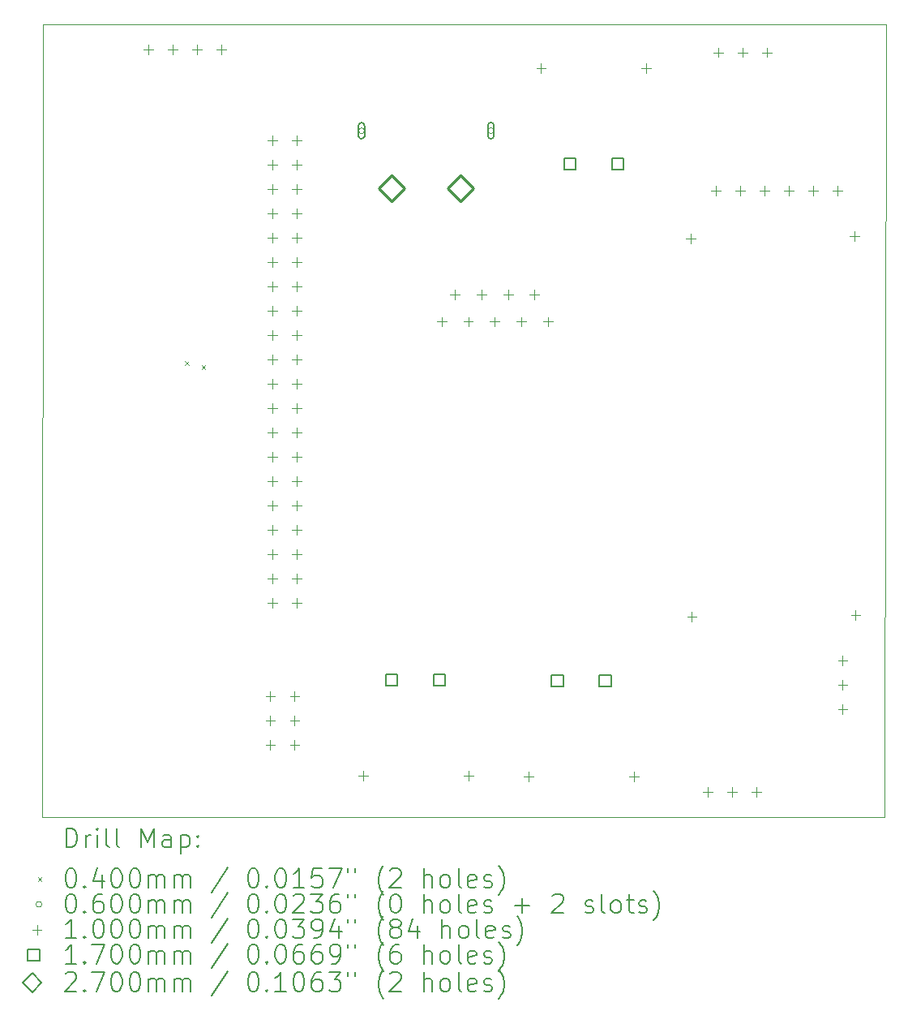
<source format=gbr>
%TF.GenerationSoftware,KiCad,Pcbnew,6.0.8-f2edbf62ab~116~ubuntu22.04.1*%
%TF.CreationDate,2022-11-03T19:19:14-04:00*%
%TF.ProjectId,MJBOTS-CubeSat,4d4a424f-5453-42d4-9375-62655361742e,rev?*%
%TF.SameCoordinates,Original*%
%TF.FileFunction,Drillmap*%
%TF.FilePolarity,Positive*%
%FSLAX45Y45*%
G04 Gerber Fmt 4.5, Leading zero omitted, Abs format (unit mm)*
G04 Created by KiCad (PCBNEW 6.0.8-f2edbf62ab~116~ubuntu22.04.1) date 2022-11-03 19:19:14*
%MOMM*%
%LPD*%
G01*
G04 APERTURE LIST*
%ADD10C,0.100000*%
%ADD11C,0.200000*%
%ADD12C,0.040000*%
%ADD13C,0.060000*%
%ADD14C,0.170000*%
%ADD15C,0.270000*%
G04 APERTURE END LIST*
D10*
X18290000Y-12770000D02*
X9490000Y-12770000D01*
X9500000Y-4500000D02*
X9490000Y-12770000D01*
X18300000Y-4500000D02*
X9500000Y-4500000D01*
X18290000Y-12770000D02*
X18300000Y-4500000D01*
D11*
D12*
X10980000Y-8010000D02*
X11020000Y-8050000D01*
X11020000Y-8010000D02*
X10980000Y-8050000D01*
X11155000Y-8055000D02*
X11195000Y-8095000D01*
X11195000Y-8055000D02*
X11155000Y-8095000D01*
D13*
X12855000Y-5606575D02*
G75*
G03*
X12855000Y-5606575I-30000J0D01*
G01*
D11*
X12795000Y-5551575D02*
X12795000Y-5661575D01*
X12855000Y-5551575D02*
X12855000Y-5661575D01*
X12795000Y-5661575D02*
G75*
G03*
X12855000Y-5661575I30000J0D01*
G01*
X12855000Y-5551575D02*
G75*
G03*
X12795000Y-5551575I-30000J0D01*
G01*
D13*
X14205000Y-5606575D02*
G75*
G03*
X14205000Y-5606575I-30000J0D01*
G01*
D11*
X14145000Y-5551575D02*
X14145000Y-5661575D01*
X14205000Y-5551575D02*
X14205000Y-5661575D01*
X14145000Y-5661575D02*
G75*
G03*
X14205000Y-5661575I30000J0D01*
G01*
X14205000Y-5551575D02*
G75*
G03*
X14145000Y-5551575I-30000J0D01*
G01*
D10*
X10600000Y-4710000D02*
X10600000Y-4810000D01*
X10550000Y-4760000D02*
X10650000Y-4760000D01*
X10854000Y-4710000D02*
X10854000Y-4810000D01*
X10804000Y-4760000D02*
X10904000Y-4760000D01*
X11108000Y-4710000D02*
X11108000Y-4810000D01*
X11058000Y-4760000D02*
X11158000Y-4760000D01*
X11362000Y-4710000D02*
X11362000Y-4810000D01*
X11312000Y-4760000D02*
X11412000Y-4760000D01*
X11872500Y-11457500D02*
X11872500Y-11557500D01*
X11822500Y-11507500D02*
X11922500Y-11507500D01*
X11872500Y-11711500D02*
X11872500Y-11811500D01*
X11822500Y-11761500D02*
X11922500Y-11761500D01*
X11872500Y-11965500D02*
X11872500Y-12065500D01*
X11822500Y-12015500D02*
X11922500Y-12015500D01*
X11892500Y-5657500D02*
X11892500Y-5757500D01*
X11842500Y-5707500D02*
X11942500Y-5707500D01*
X11892500Y-5911500D02*
X11892500Y-6011500D01*
X11842500Y-5961500D02*
X11942500Y-5961500D01*
X11892500Y-6165500D02*
X11892500Y-6265500D01*
X11842500Y-6215500D02*
X11942500Y-6215500D01*
X11892500Y-6419500D02*
X11892500Y-6519500D01*
X11842500Y-6469500D02*
X11942500Y-6469500D01*
X11892500Y-6673500D02*
X11892500Y-6773500D01*
X11842500Y-6723500D02*
X11942500Y-6723500D01*
X11892500Y-6927500D02*
X11892500Y-7027500D01*
X11842500Y-6977500D02*
X11942500Y-6977500D01*
X11892500Y-7181500D02*
X11892500Y-7281500D01*
X11842500Y-7231500D02*
X11942500Y-7231500D01*
X11892500Y-7435500D02*
X11892500Y-7535500D01*
X11842500Y-7485500D02*
X11942500Y-7485500D01*
X11892500Y-7689500D02*
X11892500Y-7789500D01*
X11842500Y-7739500D02*
X11942500Y-7739500D01*
X11892500Y-7943500D02*
X11892500Y-8043500D01*
X11842500Y-7993500D02*
X11942500Y-7993500D01*
X11892500Y-8197500D02*
X11892500Y-8297500D01*
X11842500Y-8247500D02*
X11942500Y-8247500D01*
X11892500Y-8451500D02*
X11892500Y-8551500D01*
X11842500Y-8501500D02*
X11942500Y-8501500D01*
X11892500Y-8705500D02*
X11892500Y-8805500D01*
X11842500Y-8755500D02*
X11942500Y-8755500D01*
X11892500Y-8959500D02*
X11892500Y-9059500D01*
X11842500Y-9009500D02*
X11942500Y-9009500D01*
X11892500Y-9213500D02*
X11892500Y-9313500D01*
X11842500Y-9263500D02*
X11942500Y-9263500D01*
X11892500Y-9467500D02*
X11892500Y-9567500D01*
X11842500Y-9517500D02*
X11942500Y-9517500D01*
X11892500Y-9721500D02*
X11892500Y-9821500D01*
X11842500Y-9771500D02*
X11942500Y-9771500D01*
X11892500Y-9975500D02*
X11892500Y-10075500D01*
X11842500Y-10025500D02*
X11942500Y-10025500D01*
X11892500Y-10229500D02*
X11892500Y-10329500D01*
X11842500Y-10279500D02*
X11942500Y-10279500D01*
X11892500Y-10483500D02*
X11892500Y-10583500D01*
X11842500Y-10533500D02*
X11942500Y-10533500D01*
X12126500Y-11457500D02*
X12126500Y-11557500D01*
X12076500Y-11507500D02*
X12176500Y-11507500D01*
X12126500Y-11711500D02*
X12126500Y-11811500D01*
X12076500Y-11761500D02*
X12176500Y-11761500D01*
X12126500Y-11965500D02*
X12126500Y-12065500D01*
X12076500Y-12015500D02*
X12176500Y-12015500D01*
X12146500Y-5657500D02*
X12146500Y-5757500D01*
X12096500Y-5707500D02*
X12196500Y-5707500D01*
X12146500Y-5911500D02*
X12146500Y-6011500D01*
X12096500Y-5961500D02*
X12196500Y-5961500D01*
X12146500Y-6165500D02*
X12146500Y-6265500D01*
X12096500Y-6215500D02*
X12196500Y-6215500D01*
X12146500Y-6419500D02*
X12146500Y-6519500D01*
X12096500Y-6469500D02*
X12196500Y-6469500D01*
X12146500Y-6673500D02*
X12146500Y-6773500D01*
X12096500Y-6723500D02*
X12196500Y-6723500D01*
X12146500Y-6927500D02*
X12146500Y-7027500D01*
X12096500Y-6977500D02*
X12196500Y-6977500D01*
X12146500Y-7181500D02*
X12146500Y-7281500D01*
X12096500Y-7231500D02*
X12196500Y-7231500D01*
X12146500Y-7435500D02*
X12146500Y-7535500D01*
X12096500Y-7485500D02*
X12196500Y-7485500D01*
X12146500Y-7689500D02*
X12146500Y-7789500D01*
X12096500Y-7739500D02*
X12196500Y-7739500D01*
X12146500Y-7943500D02*
X12146500Y-8043500D01*
X12096500Y-7993500D02*
X12196500Y-7993500D01*
X12146500Y-8197500D02*
X12146500Y-8297500D01*
X12096500Y-8247500D02*
X12196500Y-8247500D01*
X12146500Y-8451500D02*
X12146500Y-8551500D01*
X12096500Y-8501500D02*
X12196500Y-8501500D01*
X12146500Y-8705500D02*
X12146500Y-8805500D01*
X12096500Y-8755500D02*
X12196500Y-8755500D01*
X12146500Y-8959500D02*
X12146500Y-9059500D01*
X12096500Y-9009500D02*
X12196500Y-9009500D01*
X12146500Y-9213500D02*
X12146500Y-9313500D01*
X12096500Y-9263500D02*
X12196500Y-9263500D01*
X12146500Y-9467500D02*
X12146500Y-9567500D01*
X12096500Y-9517500D02*
X12196500Y-9517500D01*
X12146500Y-9721500D02*
X12146500Y-9821500D01*
X12096500Y-9771500D02*
X12196500Y-9771500D01*
X12146500Y-9975500D02*
X12146500Y-10075500D01*
X12096500Y-10025500D02*
X12196500Y-10025500D01*
X12146500Y-10229500D02*
X12146500Y-10329500D01*
X12096500Y-10279500D02*
X12196500Y-10279500D01*
X12146500Y-10483500D02*
X12146500Y-10583500D01*
X12096500Y-10533500D02*
X12196500Y-10533500D01*
X12840000Y-12288800D02*
X12840000Y-12388800D01*
X12790000Y-12338800D02*
X12890000Y-12338800D01*
X13662000Y-7550000D02*
X13662000Y-7650000D01*
X13612000Y-7600000D02*
X13712000Y-7600000D01*
X13800500Y-7266000D02*
X13800500Y-7366000D01*
X13750500Y-7316000D02*
X13850500Y-7316000D01*
X13939000Y-7550000D02*
X13939000Y-7650000D01*
X13889000Y-7600000D02*
X13989000Y-7600000D01*
X13940000Y-12288800D02*
X13940000Y-12388800D01*
X13890000Y-12338800D02*
X13990000Y-12338800D01*
X14077500Y-7266000D02*
X14077500Y-7366000D01*
X14027500Y-7316000D02*
X14127500Y-7316000D01*
X14216000Y-7550000D02*
X14216000Y-7650000D01*
X14166000Y-7600000D02*
X14266000Y-7600000D01*
X14354500Y-7266000D02*
X14354500Y-7366000D01*
X14304500Y-7316000D02*
X14404500Y-7316000D01*
X14493000Y-7550000D02*
X14493000Y-7650000D01*
X14443000Y-7600000D02*
X14543000Y-7600000D01*
X14570000Y-12298800D02*
X14570000Y-12398800D01*
X14520000Y-12348800D02*
X14620000Y-12348800D01*
X14631500Y-7266000D02*
X14631500Y-7366000D01*
X14581500Y-7316000D02*
X14681500Y-7316000D01*
X14700000Y-4901200D02*
X14700000Y-5001200D01*
X14650000Y-4951200D02*
X14750000Y-4951200D01*
X14770000Y-7550000D02*
X14770000Y-7650000D01*
X14720000Y-7600000D02*
X14820000Y-7600000D01*
X15670000Y-12298800D02*
X15670000Y-12398800D01*
X15620000Y-12348800D02*
X15720000Y-12348800D01*
X15800000Y-4901200D02*
X15800000Y-5001200D01*
X15750000Y-4951200D02*
X15850000Y-4951200D01*
X16260200Y-6681400D02*
X16260200Y-6781400D01*
X16210200Y-6731400D02*
X16310200Y-6731400D01*
X16275000Y-10625000D02*
X16275000Y-10725000D01*
X16225000Y-10675000D02*
X16325000Y-10675000D01*
X16437500Y-12460000D02*
X16437500Y-12560000D01*
X16387500Y-12510000D02*
X16487500Y-12510000D01*
X16525000Y-6180000D02*
X16525000Y-6280000D01*
X16475000Y-6230000D02*
X16575000Y-6230000D01*
X16552000Y-4740000D02*
X16552000Y-4840000D01*
X16502000Y-4790000D02*
X16602000Y-4790000D01*
X16691500Y-12460000D02*
X16691500Y-12560000D01*
X16641500Y-12510000D02*
X16741500Y-12510000D01*
X16779000Y-6180000D02*
X16779000Y-6280000D01*
X16729000Y-6230000D02*
X16829000Y-6230000D01*
X16806000Y-4740000D02*
X16806000Y-4840000D01*
X16756000Y-4790000D02*
X16856000Y-4790000D01*
X16945500Y-12460000D02*
X16945500Y-12560000D01*
X16895500Y-12510000D02*
X16995500Y-12510000D01*
X17033000Y-6180000D02*
X17033000Y-6280000D01*
X16983000Y-6230000D02*
X17083000Y-6230000D01*
X17060000Y-4740000D02*
X17060000Y-4840000D01*
X17010000Y-4790000D02*
X17110000Y-4790000D01*
X17287000Y-6180000D02*
X17287000Y-6280000D01*
X17237000Y-6230000D02*
X17337000Y-6230000D01*
X17541000Y-6180000D02*
X17541000Y-6280000D01*
X17491000Y-6230000D02*
X17591000Y-6230000D01*
X17795000Y-6180000D02*
X17795000Y-6280000D01*
X17745000Y-6230000D02*
X17845000Y-6230000D01*
X17850000Y-11087500D02*
X17850000Y-11187500D01*
X17800000Y-11137500D02*
X17900000Y-11137500D01*
X17850000Y-11341500D02*
X17850000Y-11441500D01*
X17800000Y-11391500D02*
X17900000Y-11391500D01*
X17850000Y-11595500D02*
X17850000Y-11695500D01*
X17800000Y-11645500D02*
X17900000Y-11645500D01*
X17975000Y-6655000D02*
X17975000Y-6755000D01*
X17925000Y-6705000D02*
X18025000Y-6705000D01*
X17985000Y-10610000D02*
X17985000Y-10710000D01*
X17935000Y-10660000D02*
X18035000Y-10660000D01*
D14*
X13200105Y-11398905D02*
X13200105Y-11278695D01*
X13079895Y-11278695D01*
X13079895Y-11398905D01*
X13200105Y-11398905D01*
X13700105Y-11398905D02*
X13700105Y-11278695D01*
X13579895Y-11278695D01*
X13579895Y-11398905D01*
X13700105Y-11398905D01*
X14930105Y-11408905D02*
X14930105Y-11288695D01*
X14809895Y-11288695D01*
X14809895Y-11408905D01*
X14930105Y-11408905D01*
X15060105Y-6011305D02*
X15060105Y-5891095D01*
X14939895Y-5891095D01*
X14939895Y-6011305D01*
X15060105Y-6011305D01*
X15430105Y-11408905D02*
X15430105Y-11288695D01*
X15309895Y-11288695D01*
X15309895Y-11408905D01*
X15430105Y-11408905D01*
X15560105Y-6011305D02*
X15560105Y-5891095D01*
X15439895Y-5891095D01*
X15439895Y-6011305D01*
X15560105Y-6011305D01*
D15*
X13140000Y-6341575D02*
X13275000Y-6206575D01*
X13140000Y-6071575D01*
X13005000Y-6206575D01*
X13140000Y-6341575D01*
X13860000Y-6341575D02*
X13995000Y-6206575D01*
X13860000Y-6071575D01*
X13725000Y-6206575D01*
X13860000Y-6341575D01*
D11*
X9742619Y-13085476D02*
X9742619Y-12885476D01*
X9790238Y-12885476D01*
X9818810Y-12895000D01*
X9837857Y-12914048D01*
X9847381Y-12933095D01*
X9856905Y-12971190D01*
X9856905Y-12999762D01*
X9847381Y-13037857D01*
X9837857Y-13056905D01*
X9818810Y-13075952D01*
X9790238Y-13085476D01*
X9742619Y-13085476D01*
X9942619Y-13085476D02*
X9942619Y-12952143D01*
X9942619Y-12990238D02*
X9952143Y-12971190D01*
X9961667Y-12961667D01*
X9980714Y-12952143D01*
X9999762Y-12952143D01*
X10066429Y-13085476D02*
X10066429Y-12952143D01*
X10066429Y-12885476D02*
X10056905Y-12895000D01*
X10066429Y-12904524D01*
X10075952Y-12895000D01*
X10066429Y-12885476D01*
X10066429Y-12904524D01*
X10190238Y-13085476D02*
X10171190Y-13075952D01*
X10161667Y-13056905D01*
X10161667Y-12885476D01*
X10295000Y-13085476D02*
X10275952Y-13075952D01*
X10266429Y-13056905D01*
X10266429Y-12885476D01*
X10523571Y-13085476D02*
X10523571Y-12885476D01*
X10590238Y-13028333D01*
X10656905Y-12885476D01*
X10656905Y-13085476D01*
X10837857Y-13085476D02*
X10837857Y-12980714D01*
X10828333Y-12961667D01*
X10809286Y-12952143D01*
X10771190Y-12952143D01*
X10752143Y-12961667D01*
X10837857Y-13075952D02*
X10818810Y-13085476D01*
X10771190Y-13085476D01*
X10752143Y-13075952D01*
X10742619Y-13056905D01*
X10742619Y-13037857D01*
X10752143Y-13018809D01*
X10771190Y-13009286D01*
X10818810Y-13009286D01*
X10837857Y-12999762D01*
X10933095Y-12952143D02*
X10933095Y-13152143D01*
X10933095Y-12961667D02*
X10952143Y-12952143D01*
X10990238Y-12952143D01*
X11009286Y-12961667D01*
X11018810Y-12971190D01*
X11028333Y-12990238D01*
X11028333Y-13047381D01*
X11018810Y-13066428D01*
X11009286Y-13075952D01*
X10990238Y-13085476D01*
X10952143Y-13085476D01*
X10933095Y-13075952D01*
X11114048Y-13066428D02*
X11123571Y-13075952D01*
X11114048Y-13085476D01*
X11104524Y-13075952D01*
X11114048Y-13066428D01*
X11114048Y-13085476D01*
X11114048Y-12961667D02*
X11123571Y-12971190D01*
X11114048Y-12980714D01*
X11104524Y-12971190D01*
X11114048Y-12961667D01*
X11114048Y-12980714D01*
D12*
X9445000Y-13395000D02*
X9485000Y-13435000D01*
X9485000Y-13395000D02*
X9445000Y-13435000D01*
D11*
X9780714Y-13305476D02*
X9799762Y-13305476D01*
X9818810Y-13315000D01*
X9828333Y-13324524D01*
X9837857Y-13343571D01*
X9847381Y-13381667D01*
X9847381Y-13429286D01*
X9837857Y-13467381D01*
X9828333Y-13486428D01*
X9818810Y-13495952D01*
X9799762Y-13505476D01*
X9780714Y-13505476D01*
X9761667Y-13495952D01*
X9752143Y-13486428D01*
X9742619Y-13467381D01*
X9733095Y-13429286D01*
X9733095Y-13381667D01*
X9742619Y-13343571D01*
X9752143Y-13324524D01*
X9761667Y-13315000D01*
X9780714Y-13305476D01*
X9933095Y-13486428D02*
X9942619Y-13495952D01*
X9933095Y-13505476D01*
X9923571Y-13495952D01*
X9933095Y-13486428D01*
X9933095Y-13505476D01*
X10114048Y-13372143D02*
X10114048Y-13505476D01*
X10066429Y-13295952D02*
X10018810Y-13438809D01*
X10142619Y-13438809D01*
X10256905Y-13305476D02*
X10275952Y-13305476D01*
X10295000Y-13315000D01*
X10304524Y-13324524D01*
X10314048Y-13343571D01*
X10323571Y-13381667D01*
X10323571Y-13429286D01*
X10314048Y-13467381D01*
X10304524Y-13486428D01*
X10295000Y-13495952D01*
X10275952Y-13505476D01*
X10256905Y-13505476D01*
X10237857Y-13495952D01*
X10228333Y-13486428D01*
X10218810Y-13467381D01*
X10209286Y-13429286D01*
X10209286Y-13381667D01*
X10218810Y-13343571D01*
X10228333Y-13324524D01*
X10237857Y-13315000D01*
X10256905Y-13305476D01*
X10447381Y-13305476D02*
X10466429Y-13305476D01*
X10485476Y-13315000D01*
X10495000Y-13324524D01*
X10504524Y-13343571D01*
X10514048Y-13381667D01*
X10514048Y-13429286D01*
X10504524Y-13467381D01*
X10495000Y-13486428D01*
X10485476Y-13495952D01*
X10466429Y-13505476D01*
X10447381Y-13505476D01*
X10428333Y-13495952D01*
X10418810Y-13486428D01*
X10409286Y-13467381D01*
X10399762Y-13429286D01*
X10399762Y-13381667D01*
X10409286Y-13343571D01*
X10418810Y-13324524D01*
X10428333Y-13315000D01*
X10447381Y-13305476D01*
X10599762Y-13505476D02*
X10599762Y-13372143D01*
X10599762Y-13391190D02*
X10609286Y-13381667D01*
X10628333Y-13372143D01*
X10656905Y-13372143D01*
X10675952Y-13381667D01*
X10685476Y-13400714D01*
X10685476Y-13505476D01*
X10685476Y-13400714D02*
X10695000Y-13381667D01*
X10714048Y-13372143D01*
X10742619Y-13372143D01*
X10761667Y-13381667D01*
X10771190Y-13400714D01*
X10771190Y-13505476D01*
X10866429Y-13505476D02*
X10866429Y-13372143D01*
X10866429Y-13391190D02*
X10875952Y-13381667D01*
X10895000Y-13372143D01*
X10923571Y-13372143D01*
X10942619Y-13381667D01*
X10952143Y-13400714D01*
X10952143Y-13505476D01*
X10952143Y-13400714D02*
X10961667Y-13381667D01*
X10980714Y-13372143D01*
X11009286Y-13372143D01*
X11028333Y-13381667D01*
X11037857Y-13400714D01*
X11037857Y-13505476D01*
X11428333Y-13295952D02*
X11256905Y-13553095D01*
X11685476Y-13305476D02*
X11704524Y-13305476D01*
X11723571Y-13315000D01*
X11733095Y-13324524D01*
X11742619Y-13343571D01*
X11752143Y-13381667D01*
X11752143Y-13429286D01*
X11742619Y-13467381D01*
X11733095Y-13486428D01*
X11723571Y-13495952D01*
X11704524Y-13505476D01*
X11685476Y-13505476D01*
X11666428Y-13495952D01*
X11656905Y-13486428D01*
X11647381Y-13467381D01*
X11637857Y-13429286D01*
X11637857Y-13381667D01*
X11647381Y-13343571D01*
X11656905Y-13324524D01*
X11666428Y-13315000D01*
X11685476Y-13305476D01*
X11837857Y-13486428D02*
X11847381Y-13495952D01*
X11837857Y-13505476D01*
X11828333Y-13495952D01*
X11837857Y-13486428D01*
X11837857Y-13505476D01*
X11971190Y-13305476D02*
X11990238Y-13305476D01*
X12009286Y-13315000D01*
X12018809Y-13324524D01*
X12028333Y-13343571D01*
X12037857Y-13381667D01*
X12037857Y-13429286D01*
X12028333Y-13467381D01*
X12018809Y-13486428D01*
X12009286Y-13495952D01*
X11990238Y-13505476D01*
X11971190Y-13505476D01*
X11952143Y-13495952D01*
X11942619Y-13486428D01*
X11933095Y-13467381D01*
X11923571Y-13429286D01*
X11923571Y-13381667D01*
X11933095Y-13343571D01*
X11942619Y-13324524D01*
X11952143Y-13315000D01*
X11971190Y-13305476D01*
X12228333Y-13505476D02*
X12114048Y-13505476D01*
X12171190Y-13505476D02*
X12171190Y-13305476D01*
X12152143Y-13334048D01*
X12133095Y-13353095D01*
X12114048Y-13362619D01*
X12409286Y-13305476D02*
X12314048Y-13305476D01*
X12304524Y-13400714D01*
X12314048Y-13391190D01*
X12333095Y-13381667D01*
X12380714Y-13381667D01*
X12399762Y-13391190D01*
X12409286Y-13400714D01*
X12418809Y-13419762D01*
X12418809Y-13467381D01*
X12409286Y-13486428D01*
X12399762Y-13495952D01*
X12380714Y-13505476D01*
X12333095Y-13505476D01*
X12314048Y-13495952D01*
X12304524Y-13486428D01*
X12485476Y-13305476D02*
X12618809Y-13305476D01*
X12533095Y-13505476D01*
X12685476Y-13305476D02*
X12685476Y-13343571D01*
X12761667Y-13305476D02*
X12761667Y-13343571D01*
X13056905Y-13581667D02*
X13047381Y-13572143D01*
X13028333Y-13543571D01*
X13018809Y-13524524D01*
X13009286Y-13495952D01*
X12999762Y-13448333D01*
X12999762Y-13410238D01*
X13009286Y-13362619D01*
X13018809Y-13334048D01*
X13028333Y-13315000D01*
X13047381Y-13286428D01*
X13056905Y-13276905D01*
X13123571Y-13324524D02*
X13133095Y-13315000D01*
X13152143Y-13305476D01*
X13199762Y-13305476D01*
X13218809Y-13315000D01*
X13228333Y-13324524D01*
X13237857Y-13343571D01*
X13237857Y-13362619D01*
X13228333Y-13391190D01*
X13114048Y-13505476D01*
X13237857Y-13505476D01*
X13475952Y-13505476D02*
X13475952Y-13305476D01*
X13561667Y-13505476D02*
X13561667Y-13400714D01*
X13552143Y-13381667D01*
X13533095Y-13372143D01*
X13504524Y-13372143D01*
X13485476Y-13381667D01*
X13475952Y-13391190D01*
X13685476Y-13505476D02*
X13666428Y-13495952D01*
X13656905Y-13486428D01*
X13647381Y-13467381D01*
X13647381Y-13410238D01*
X13656905Y-13391190D01*
X13666428Y-13381667D01*
X13685476Y-13372143D01*
X13714048Y-13372143D01*
X13733095Y-13381667D01*
X13742619Y-13391190D01*
X13752143Y-13410238D01*
X13752143Y-13467381D01*
X13742619Y-13486428D01*
X13733095Y-13495952D01*
X13714048Y-13505476D01*
X13685476Y-13505476D01*
X13866428Y-13505476D02*
X13847381Y-13495952D01*
X13837857Y-13476905D01*
X13837857Y-13305476D01*
X14018809Y-13495952D02*
X13999762Y-13505476D01*
X13961667Y-13505476D01*
X13942619Y-13495952D01*
X13933095Y-13476905D01*
X13933095Y-13400714D01*
X13942619Y-13381667D01*
X13961667Y-13372143D01*
X13999762Y-13372143D01*
X14018809Y-13381667D01*
X14028333Y-13400714D01*
X14028333Y-13419762D01*
X13933095Y-13438809D01*
X14104524Y-13495952D02*
X14123571Y-13505476D01*
X14161667Y-13505476D01*
X14180714Y-13495952D01*
X14190238Y-13476905D01*
X14190238Y-13467381D01*
X14180714Y-13448333D01*
X14161667Y-13438809D01*
X14133095Y-13438809D01*
X14114048Y-13429286D01*
X14104524Y-13410238D01*
X14104524Y-13400714D01*
X14114048Y-13381667D01*
X14133095Y-13372143D01*
X14161667Y-13372143D01*
X14180714Y-13381667D01*
X14256905Y-13581667D02*
X14266428Y-13572143D01*
X14285476Y-13543571D01*
X14295000Y-13524524D01*
X14304524Y-13495952D01*
X14314048Y-13448333D01*
X14314048Y-13410238D01*
X14304524Y-13362619D01*
X14295000Y-13334048D01*
X14285476Y-13315000D01*
X14266428Y-13286428D01*
X14256905Y-13276905D01*
D13*
X9485000Y-13679000D02*
G75*
G03*
X9485000Y-13679000I-30000J0D01*
G01*
D11*
X9780714Y-13569476D02*
X9799762Y-13569476D01*
X9818810Y-13579000D01*
X9828333Y-13588524D01*
X9837857Y-13607571D01*
X9847381Y-13645667D01*
X9847381Y-13693286D01*
X9837857Y-13731381D01*
X9828333Y-13750428D01*
X9818810Y-13759952D01*
X9799762Y-13769476D01*
X9780714Y-13769476D01*
X9761667Y-13759952D01*
X9752143Y-13750428D01*
X9742619Y-13731381D01*
X9733095Y-13693286D01*
X9733095Y-13645667D01*
X9742619Y-13607571D01*
X9752143Y-13588524D01*
X9761667Y-13579000D01*
X9780714Y-13569476D01*
X9933095Y-13750428D02*
X9942619Y-13759952D01*
X9933095Y-13769476D01*
X9923571Y-13759952D01*
X9933095Y-13750428D01*
X9933095Y-13769476D01*
X10114048Y-13569476D02*
X10075952Y-13569476D01*
X10056905Y-13579000D01*
X10047381Y-13588524D01*
X10028333Y-13617095D01*
X10018810Y-13655190D01*
X10018810Y-13731381D01*
X10028333Y-13750428D01*
X10037857Y-13759952D01*
X10056905Y-13769476D01*
X10095000Y-13769476D01*
X10114048Y-13759952D01*
X10123571Y-13750428D01*
X10133095Y-13731381D01*
X10133095Y-13683762D01*
X10123571Y-13664714D01*
X10114048Y-13655190D01*
X10095000Y-13645667D01*
X10056905Y-13645667D01*
X10037857Y-13655190D01*
X10028333Y-13664714D01*
X10018810Y-13683762D01*
X10256905Y-13569476D02*
X10275952Y-13569476D01*
X10295000Y-13579000D01*
X10304524Y-13588524D01*
X10314048Y-13607571D01*
X10323571Y-13645667D01*
X10323571Y-13693286D01*
X10314048Y-13731381D01*
X10304524Y-13750428D01*
X10295000Y-13759952D01*
X10275952Y-13769476D01*
X10256905Y-13769476D01*
X10237857Y-13759952D01*
X10228333Y-13750428D01*
X10218810Y-13731381D01*
X10209286Y-13693286D01*
X10209286Y-13645667D01*
X10218810Y-13607571D01*
X10228333Y-13588524D01*
X10237857Y-13579000D01*
X10256905Y-13569476D01*
X10447381Y-13569476D02*
X10466429Y-13569476D01*
X10485476Y-13579000D01*
X10495000Y-13588524D01*
X10504524Y-13607571D01*
X10514048Y-13645667D01*
X10514048Y-13693286D01*
X10504524Y-13731381D01*
X10495000Y-13750428D01*
X10485476Y-13759952D01*
X10466429Y-13769476D01*
X10447381Y-13769476D01*
X10428333Y-13759952D01*
X10418810Y-13750428D01*
X10409286Y-13731381D01*
X10399762Y-13693286D01*
X10399762Y-13645667D01*
X10409286Y-13607571D01*
X10418810Y-13588524D01*
X10428333Y-13579000D01*
X10447381Y-13569476D01*
X10599762Y-13769476D02*
X10599762Y-13636143D01*
X10599762Y-13655190D02*
X10609286Y-13645667D01*
X10628333Y-13636143D01*
X10656905Y-13636143D01*
X10675952Y-13645667D01*
X10685476Y-13664714D01*
X10685476Y-13769476D01*
X10685476Y-13664714D02*
X10695000Y-13645667D01*
X10714048Y-13636143D01*
X10742619Y-13636143D01*
X10761667Y-13645667D01*
X10771190Y-13664714D01*
X10771190Y-13769476D01*
X10866429Y-13769476D02*
X10866429Y-13636143D01*
X10866429Y-13655190D02*
X10875952Y-13645667D01*
X10895000Y-13636143D01*
X10923571Y-13636143D01*
X10942619Y-13645667D01*
X10952143Y-13664714D01*
X10952143Y-13769476D01*
X10952143Y-13664714D02*
X10961667Y-13645667D01*
X10980714Y-13636143D01*
X11009286Y-13636143D01*
X11028333Y-13645667D01*
X11037857Y-13664714D01*
X11037857Y-13769476D01*
X11428333Y-13559952D02*
X11256905Y-13817095D01*
X11685476Y-13569476D02*
X11704524Y-13569476D01*
X11723571Y-13579000D01*
X11733095Y-13588524D01*
X11742619Y-13607571D01*
X11752143Y-13645667D01*
X11752143Y-13693286D01*
X11742619Y-13731381D01*
X11733095Y-13750428D01*
X11723571Y-13759952D01*
X11704524Y-13769476D01*
X11685476Y-13769476D01*
X11666428Y-13759952D01*
X11656905Y-13750428D01*
X11647381Y-13731381D01*
X11637857Y-13693286D01*
X11637857Y-13645667D01*
X11647381Y-13607571D01*
X11656905Y-13588524D01*
X11666428Y-13579000D01*
X11685476Y-13569476D01*
X11837857Y-13750428D02*
X11847381Y-13759952D01*
X11837857Y-13769476D01*
X11828333Y-13759952D01*
X11837857Y-13750428D01*
X11837857Y-13769476D01*
X11971190Y-13569476D02*
X11990238Y-13569476D01*
X12009286Y-13579000D01*
X12018809Y-13588524D01*
X12028333Y-13607571D01*
X12037857Y-13645667D01*
X12037857Y-13693286D01*
X12028333Y-13731381D01*
X12018809Y-13750428D01*
X12009286Y-13759952D01*
X11990238Y-13769476D01*
X11971190Y-13769476D01*
X11952143Y-13759952D01*
X11942619Y-13750428D01*
X11933095Y-13731381D01*
X11923571Y-13693286D01*
X11923571Y-13645667D01*
X11933095Y-13607571D01*
X11942619Y-13588524D01*
X11952143Y-13579000D01*
X11971190Y-13569476D01*
X12114048Y-13588524D02*
X12123571Y-13579000D01*
X12142619Y-13569476D01*
X12190238Y-13569476D01*
X12209286Y-13579000D01*
X12218809Y-13588524D01*
X12228333Y-13607571D01*
X12228333Y-13626619D01*
X12218809Y-13655190D01*
X12104524Y-13769476D01*
X12228333Y-13769476D01*
X12295000Y-13569476D02*
X12418809Y-13569476D01*
X12352143Y-13645667D01*
X12380714Y-13645667D01*
X12399762Y-13655190D01*
X12409286Y-13664714D01*
X12418809Y-13683762D01*
X12418809Y-13731381D01*
X12409286Y-13750428D01*
X12399762Y-13759952D01*
X12380714Y-13769476D01*
X12323571Y-13769476D01*
X12304524Y-13759952D01*
X12295000Y-13750428D01*
X12590238Y-13569476D02*
X12552143Y-13569476D01*
X12533095Y-13579000D01*
X12523571Y-13588524D01*
X12504524Y-13617095D01*
X12495000Y-13655190D01*
X12495000Y-13731381D01*
X12504524Y-13750428D01*
X12514048Y-13759952D01*
X12533095Y-13769476D01*
X12571190Y-13769476D01*
X12590238Y-13759952D01*
X12599762Y-13750428D01*
X12609286Y-13731381D01*
X12609286Y-13683762D01*
X12599762Y-13664714D01*
X12590238Y-13655190D01*
X12571190Y-13645667D01*
X12533095Y-13645667D01*
X12514048Y-13655190D01*
X12504524Y-13664714D01*
X12495000Y-13683762D01*
X12685476Y-13569476D02*
X12685476Y-13607571D01*
X12761667Y-13569476D02*
X12761667Y-13607571D01*
X13056905Y-13845667D02*
X13047381Y-13836143D01*
X13028333Y-13807571D01*
X13018809Y-13788524D01*
X13009286Y-13759952D01*
X12999762Y-13712333D01*
X12999762Y-13674238D01*
X13009286Y-13626619D01*
X13018809Y-13598048D01*
X13028333Y-13579000D01*
X13047381Y-13550428D01*
X13056905Y-13540905D01*
X13171190Y-13569476D02*
X13190238Y-13569476D01*
X13209286Y-13579000D01*
X13218809Y-13588524D01*
X13228333Y-13607571D01*
X13237857Y-13645667D01*
X13237857Y-13693286D01*
X13228333Y-13731381D01*
X13218809Y-13750428D01*
X13209286Y-13759952D01*
X13190238Y-13769476D01*
X13171190Y-13769476D01*
X13152143Y-13759952D01*
X13142619Y-13750428D01*
X13133095Y-13731381D01*
X13123571Y-13693286D01*
X13123571Y-13645667D01*
X13133095Y-13607571D01*
X13142619Y-13588524D01*
X13152143Y-13579000D01*
X13171190Y-13569476D01*
X13475952Y-13769476D02*
X13475952Y-13569476D01*
X13561667Y-13769476D02*
X13561667Y-13664714D01*
X13552143Y-13645667D01*
X13533095Y-13636143D01*
X13504524Y-13636143D01*
X13485476Y-13645667D01*
X13475952Y-13655190D01*
X13685476Y-13769476D02*
X13666428Y-13759952D01*
X13656905Y-13750428D01*
X13647381Y-13731381D01*
X13647381Y-13674238D01*
X13656905Y-13655190D01*
X13666428Y-13645667D01*
X13685476Y-13636143D01*
X13714048Y-13636143D01*
X13733095Y-13645667D01*
X13742619Y-13655190D01*
X13752143Y-13674238D01*
X13752143Y-13731381D01*
X13742619Y-13750428D01*
X13733095Y-13759952D01*
X13714048Y-13769476D01*
X13685476Y-13769476D01*
X13866428Y-13769476D02*
X13847381Y-13759952D01*
X13837857Y-13740905D01*
X13837857Y-13569476D01*
X14018809Y-13759952D02*
X13999762Y-13769476D01*
X13961667Y-13769476D01*
X13942619Y-13759952D01*
X13933095Y-13740905D01*
X13933095Y-13664714D01*
X13942619Y-13645667D01*
X13961667Y-13636143D01*
X13999762Y-13636143D01*
X14018809Y-13645667D01*
X14028333Y-13664714D01*
X14028333Y-13683762D01*
X13933095Y-13702809D01*
X14104524Y-13759952D02*
X14123571Y-13769476D01*
X14161667Y-13769476D01*
X14180714Y-13759952D01*
X14190238Y-13740905D01*
X14190238Y-13731381D01*
X14180714Y-13712333D01*
X14161667Y-13702809D01*
X14133095Y-13702809D01*
X14114048Y-13693286D01*
X14104524Y-13674238D01*
X14104524Y-13664714D01*
X14114048Y-13645667D01*
X14133095Y-13636143D01*
X14161667Y-13636143D01*
X14180714Y-13645667D01*
X14428333Y-13693286D02*
X14580714Y-13693286D01*
X14504524Y-13769476D02*
X14504524Y-13617095D01*
X14818809Y-13588524D02*
X14828333Y-13579000D01*
X14847381Y-13569476D01*
X14895000Y-13569476D01*
X14914048Y-13579000D01*
X14923571Y-13588524D01*
X14933095Y-13607571D01*
X14933095Y-13626619D01*
X14923571Y-13655190D01*
X14809286Y-13769476D01*
X14933095Y-13769476D01*
X15161667Y-13759952D02*
X15180714Y-13769476D01*
X15218809Y-13769476D01*
X15237857Y-13759952D01*
X15247381Y-13740905D01*
X15247381Y-13731381D01*
X15237857Y-13712333D01*
X15218809Y-13702809D01*
X15190238Y-13702809D01*
X15171190Y-13693286D01*
X15161667Y-13674238D01*
X15161667Y-13664714D01*
X15171190Y-13645667D01*
X15190238Y-13636143D01*
X15218809Y-13636143D01*
X15237857Y-13645667D01*
X15361667Y-13769476D02*
X15342619Y-13759952D01*
X15333095Y-13740905D01*
X15333095Y-13569476D01*
X15466428Y-13769476D02*
X15447381Y-13759952D01*
X15437857Y-13750428D01*
X15428333Y-13731381D01*
X15428333Y-13674238D01*
X15437857Y-13655190D01*
X15447381Y-13645667D01*
X15466428Y-13636143D01*
X15495000Y-13636143D01*
X15514048Y-13645667D01*
X15523571Y-13655190D01*
X15533095Y-13674238D01*
X15533095Y-13731381D01*
X15523571Y-13750428D01*
X15514048Y-13759952D01*
X15495000Y-13769476D01*
X15466428Y-13769476D01*
X15590238Y-13636143D02*
X15666428Y-13636143D01*
X15618809Y-13569476D02*
X15618809Y-13740905D01*
X15628333Y-13759952D01*
X15647381Y-13769476D01*
X15666428Y-13769476D01*
X15723571Y-13759952D02*
X15742619Y-13769476D01*
X15780714Y-13769476D01*
X15799762Y-13759952D01*
X15809286Y-13740905D01*
X15809286Y-13731381D01*
X15799762Y-13712333D01*
X15780714Y-13702809D01*
X15752143Y-13702809D01*
X15733095Y-13693286D01*
X15723571Y-13674238D01*
X15723571Y-13664714D01*
X15733095Y-13645667D01*
X15752143Y-13636143D01*
X15780714Y-13636143D01*
X15799762Y-13645667D01*
X15875952Y-13845667D02*
X15885476Y-13836143D01*
X15904524Y-13807571D01*
X15914048Y-13788524D01*
X15923571Y-13759952D01*
X15933095Y-13712333D01*
X15933095Y-13674238D01*
X15923571Y-13626619D01*
X15914048Y-13598048D01*
X15904524Y-13579000D01*
X15885476Y-13550428D01*
X15875952Y-13540905D01*
D10*
X9435000Y-13893000D02*
X9435000Y-13993000D01*
X9385000Y-13943000D02*
X9485000Y-13943000D01*
D11*
X9847381Y-14033476D02*
X9733095Y-14033476D01*
X9790238Y-14033476D02*
X9790238Y-13833476D01*
X9771190Y-13862048D01*
X9752143Y-13881095D01*
X9733095Y-13890619D01*
X9933095Y-14014428D02*
X9942619Y-14023952D01*
X9933095Y-14033476D01*
X9923571Y-14023952D01*
X9933095Y-14014428D01*
X9933095Y-14033476D01*
X10066429Y-13833476D02*
X10085476Y-13833476D01*
X10104524Y-13843000D01*
X10114048Y-13852524D01*
X10123571Y-13871571D01*
X10133095Y-13909667D01*
X10133095Y-13957286D01*
X10123571Y-13995381D01*
X10114048Y-14014428D01*
X10104524Y-14023952D01*
X10085476Y-14033476D01*
X10066429Y-14033476D01*
X10047381Y-14023952D01*
X10037857Y-14014428D01*
X10028333Y-13995381D01*
X10018810Y-13957286D01*
X10018810Y-13909667D01*
X10028333Y-13871571D01*
X10037857Y-13852524D01*
X10047381Y-13843000D01*
X10066429Y-13833476D01*
X10256905Y-13833476D02*
X10275952Y-13833476D01*
X10295000Y-13843000D01*
X10304524Y-13852524D01*
X10314048Y-13871571D01*
X10323571Y-13909667D01*
X10323571Y-13957286D01*
X10314048Y-13995381D01*
X10304524Y-14014428D01*
X10295000Y-14023952D01*
X10275952Y-14033476D01*
X10256905Y-14033476D01*
X10237857Y-14023952D01*
X10228333Y-14014428D01*
X10218810Y-13995381D01*
X10209286Y-13957286D01*
X10209286Y-13909667D01*
X10218810Y-13871571D01*
X10228333Y-13852524D01*
X10237857Y-13843000D01*
X10256905Y-13833476D01*
X10447381Y-13833476D02*
X10466429Y-13833476D01*
X10485476Y-13843000D01*
X10495000Y-13852524D01*
X10504524Y-13871571D01*
X10514048Y-13909667D01*
X10514048Y-13957286D01*
X10504524Y-13995381D01*
X10495000Y-14014428D01*
X10485476Y-14023952D01*
X10466429Y-14033476D01*
X10447381Y-14033476D01*
X10428333Y-14023952D01*
X10418810Y-14014428D01*
X10409286Y-13995381D01*
X10399762Y-13957286D01*
X10399762Y-13909667D01*
X10409286Y-13871571D01*
X10418810Y-13852524D01*
X10428333Y-13843000D01*
X10447381Y-13833476D01*
X10599762Y-14033476D02*
X10599762Y-13900143D01*
X10599762Y-13919190D02*
X10609286Y-13909667D01*
X10628333Y-13900143D01*
X10656905Y-13900143D01*
X10675952Y-13909667D01*
X10685476Y-13928714D01*
X10685476Y-14033476D01*
X10685476Y-13928714D02*
X10695000Y-13909667D01*
X10714048Y-13900143D01*
X10742619Y-13900143D01*
X10761667Y-13909667D01*
X10771190Y-13928714D01*
X10771190Y-14033476D01*
X10866429Y-14033476D02*
X10866429Y-13900143D01*
X10866429Y-13919190D02*
X10875952Y-13909667D01*
X10895000Y-13900143D01*
X10923571Y-13900143D01*
X10942619Y-13909667D01*
X10952143Y-13928714D01*
X10952143Y-14033476D01*
X10952143Y-13928714D02*
X10961667Y-13909667D01*
X10980714Y-13900143D01*
X11009286Y-13900143D01*
X11028333Y-13909667D01*
X11037857Y-13928714D01*
X11037857Y-14033476D01*
X11428333Y-13823952D02*
X11256905Y-14081095D01*
X11685476Y-13833476D02*
X11704524Y-13833476D01*
X11723571Y-13843000D01*
X11733095Y-13852524D01*
X11742619Y-13871571D01*
X11752143Y-13909667D01*
X11752143Y-13957286D01*
X11742619Y-13995381D01*
X11733095Y-14014428D01*
X11723571Y-14023952D01*
X11704524Y-14033476D01*
X11685476Y-14033476D01*
X11666428Y-14023952D01*
X11656905Y-14014428D01*
X11647381Y-13995381D01*
X11637857Y-13957286D01*
X11637857Y-13909667D01*
X11647381Y-13871571D01*
X11656905Y-13852524D01*
X11666428Y-13843000D01*
X11685476Y-13833476D01*
X11837857Y-14014428D02*
X11847381Y-14023952D01*
X11837857Y-14033476D01*
X11828333Y-14023952D01*
X11837857Y-14014428D01*
X11837857Y-14033476D01*
X11971190Y-13833476D02*
X11990238Y-13833476D01*
X12009286Y-13843000D01*
X12018809Y-13852524D01*
X12028333Y-13871571D01*
X12037857Y-13909667D01*
X12037857Y-13957286D01*
X12028333Y-13995381D01*
X12018809Y-14014428D01*
X12009286Y-14023952D01*
X11990238Y-14033476D01*
X11971190Y-14033476D01*
X11952143Y-14023952D01*
X11942619Y-14014428D01*
X11933095Y-13995381D01*
X11923571Y-13957286D01*
X11923571Y-13909667D01*
X11933095Y-13871571D01*
X11942619Y-13852524D01*
X11952143Y-13843000D01*
X11971190Y-13833476D01*
X12104524Y-13833476D02*
X12228333Y-13833476D01*
X12161667Y-13909667D01*
X12190238Y-13909667D01*
X12209286Y-13919190D01*
X12218809Y-13928714D01*
X12228333Y-13947762D01*
X12228333Y-13995381D01*
X12218809Y-14014428D01*
X12209286Y-14023952D01*
X12190238Y-14033476D01*
X12133095Y-14033476D01*
X12114048Y-14023952D01*
X12104524Y-14014428D01*
X12323571Y-14033476D02*
X12361667Y-14033476D01*
X12380714Y-14023952D01*
X12390238Y-14014428D01*
X12409286Y-13985857D01*
X12418809Y-13947762D01*
X12418809Y-13871571D01*
X12409286Y-13852524D01*
X12399762Y-13843000D01*
X12380714Y-13833476D01*
X12342619Y-13833476D01*
X12323571Y-13843000D01*
X12314048Y-13852524D01*
X12304524Y-13871571D01*
X12304524Y-13919190D01*
X12314048Y-13938238D01*
X12323571Y-13947762D01*
X12342619Y-13957286D01*
X12380714Y-13957286D01*
X12399762Y-13947762D01*
X12409286Y-13938238D01*
X12418809Y-13919190D01*
X12590238Y-13900143D02*
X12590238Y-14033476D01*
X12542619Y-13823952D02*
X12495000Y-13966809D01*
X12618809Y-13966809D01*
X12685476Y-13833476D02*
X12685476Y-13871571D01*
X12761667Y-13833476D02*
X12761667Y-13871571D01*
X13056905Y-14109667D02*
X13047381Y-14100143D01*
X13028333Y-14071571D01*
X13018809Y-14052524D01*
X13009286Y-14023952D01*
X12999762Y-13976333D01*
X12999762Y-13938238D01*
X13009286Y-13890619D01*
X13018809Y-13862048D01*
X13028333Y-13843000D01*
X13047381Y-13814428D01*
X13056905Y-13804905D01*
X13161667Y-13919190D02*
X13142619Y-13909667D01*
X13133095Y-13900143D01*
X13123571Y-13881095D01*
X13123571Y-13871571D01*
X13133095Y-13852524D01*
X13142619Y-13843000D01*
X13161667Y-13833476D01*
X13199762Y-13833476D01*
X13218809Y-13843000D01*
X13228333Y-13852524D01*
X13237857Y-13871571D01*
X13237857Y-13881095D01*
X13228333Y-13900143D01*
X13218809Y-13909667D01*
X13199762Y-13919190D01*
X13161667Y-13919190D01*
X13142619Y-13928714D01*
X13133095Y-13938238D01*
X13123571Y-13957286D01*
X13123571Y-13995381D01*
X13133095Y-14014428D01*
X13142619Y-14023952D01*
X13161667Y-14033476D01*
X13199762Y-14033476D01*
X13218809Y-14023952D01*
X13228333Y-14014428D01*
X13237857Y-13995381D01*
X13237857Y-13957286D01*
X13228333Y-13938238D01*
X13218809Y-13928714D01*
X13199762Y-13919190D01*
X13409286Y-13900143D02*
X13409286Y-14033476D01*
X13361667Y-13823952D02*
X13314048Y-13966809D01*
X13437857Y-13966809D01*
X13666428Y-14033476D02*
X13666428Y-13833476D01*
X13752143Y-14033476D02*
X13752143Y-13928714D01*
X13742619Y-13909667D01*
X13723571Y-13900143D01*
X13695000Y-13900143D01*
X13675952Y-13909667D01*
X13666428Y-13919190D01*
X13875952Y-14033476D02*
X13856905Y-14023952D01*
X13847381Y-14014428D01*
X13837857Y-13995381D01*
X13837857Y-13938238D01*
X13847381Y-13919190D01*
X13856905Y-13909667D01*
X13875952Y-13900143D01*
X13904524Y-13900143D01*
X13923571Y-13909667D01*
X13933095Y-13919190D01*
X13942619Y-13938238D01*
X13942619Y-13995381D01*
X13933095Y-14014428D01*
X13923571Y-14023952D01*
X13904524Y-14033476D01*
X13875952Y-14033476D01*
X14056905Y-14033476D02*
X14037857Y-14023952D01*
X14028333Y-14004905D01*
X14028333Y-13833476D01*
X14209286Y-14023952D02*
X14190238Y-14033476D01*
X14152143Y-14033476D01*
X14133095Y-14023952D01*
X14123571Y-14004905D01*
X14123571Y-13928714D01*
X14133095Y-13909667D01*
X14152143Y-13900143D01*
X14190238Y-13900143D01*
X14209286Y-13909667D01*
X14218809Y-13928714D01*
X14218809Y-13947762D01*
X14123571Y-13966809D01*
X14295000Y-14023952D02*
X14314048Y-14033476D01*
X14352143Y-14033476D01*
X14371190Y-14023952D01*
X14380714Y-14004905D01*
X14380714Y-13995381D01*
X14371190Y-13976333D01*
X14352143Y-13966809D01*
X14323571Y-13966809D01*
X14304524Y-13957286D01*
X14295000Y-13938238D01*
X14295000Y-13928714D01*
X14304524Y-13909667D01*
X14323571Y-13900143D01*
X14352143Y-13900143D01*
X14371190Y-13909667D01*
X14447381Y-14109667D02*
X14456905Y-14100143D01*
X14475952Y-14071571D01*
X14485476Y-14052524D01*
X14495000Y-14023952D01*
X14504524Y-13976333D01*
X14504524Y-13938238D01*
X14495000Y-13890619D01*
X14485476Y-13862048D01*
X14475952Y-13843000D01*
X14456905Y-13814428D01*
X14447381Y-13804905D01*
D14*
X9460105Y-14267105D02*
X9460105Y-14146895D01*
X9339895Y-14146895D01*
X9339895Y-14267105D01*
X9460105Y-14267105D01*
D11*
X9847381Y-14297476D02*
X9733095Y-14297476D01*
X9790238Y-14297476D02*
X9790238Y-14097476D01*
X9771190Y-14126048D01*
X9752143Y-14145095D01*
X9733095Y-14154619D01*
X9933095Y-14278428D02*
X9942619Y-14287952D01*
X9933095Y-14297476D01*
X9923571Y-14287952D01*
X9933095Y-14278428D01*
X9933095Y-14297476D01*
X10009286Y-14097476D02*
X10142619Y-14097476D01*
X10056905Y-14297476D01*
X10256905Y-14097476D02*
X10275952Y-14097476D01*
X10295000Y-14107000D01*
X10304524Y-14116524D01*
X10314048Y-14135571D01*
X10323571Y-14173667D01*
X10323571Y-14221286D01*
X10314048Y-14259381D01*
X10304524Y-14278428D01*
X10295000Y-14287952D01*
X10275952Y-14297476D01*
X10256905Y-14297476D01*
X10237857Y-14287952D01*
X10228333Y-14278428D01*
X10218810Y-14259381D01*
X10209286Y-14221286D01*
X10209286Y-14173667D01*
X10218810Y-14135571D01*
X10228333Y-14116524D01*
X10237857Y-14107000D01*
X10256905Y-14097476D01*
X10447381Y-14097476D02*
X10466429Y-14097476D01*
X10485476Y-14107000D01*
X10495000Y-14116524D01*
X10504524Y-14135571D01*
X10514048Y-14173667D01*
X10514048Y-14221286D01*
X10504524Y-14259381D01*
X10495000Y-14278428D01*
X10485476Y-14287952D01*
X10466429Y-14297476D01*
X10447381Y-14297476D01*
X10428333Y-14287952D01*
X10418810Y-14278428D01*
X10409286Y-14259381D01*
X10399762Y-14221286D01*
X10399762Y-14173667D01*
X10409286Y-14135571D01*
X10418810Y-14116524D01*
X10428333Y-14107000D01*
X10447381Y-14097476D01*
X10599762Y-14297476D02*
X10599762Y-14164143D01*
X10599762Y-14183190D02*
X10609286Y-14173667D01*
X10628333Y-14164143D01*
X10656905Y-14164143D01*
X10675952Y-14173667D01*
X10685476Y-14192714D01*
X10685476Y-14297476D01*
X10685476Y-14192714D02*
X10695000Y-14173667D01*
X10714048Y-14164143D01*
X10742619Y-14164143D01*
X10761667Y-14173667D01*
X10771190Y-14192714D01*
X10771190Y-14297476D01*
X10866429Y-14297476D02*
X10866429Y-14164143D01*
X10866429Y-14183190D02*
X10875952Y-14173667D01*
X10895000Y-14164143D01*
X10923571Y-14164143D01*
X10942619Y-14173667D01*
X10952143Y-14192714D01*
X10952143Y-14297476D01*
X10952143Y-14192714D02*
X10961667Y-14173667D01*
X10980714Y-14164143D01*
X11009286Y-14164143D01*
X11028333Y-14173667D01*
X11037857Y-14192714D01*
X11037857Y-14297476D01*
X11428333Y-14087952D02*
X11256905Y-14345095D01*
X11685476Y-14097476D02*
X11704524Y-14097476D01*
X11723571Y-14107000D01*
X11733095Y-14116524D01*
X11742619Y-14135571D01*
X11752143Y-14173667D01*
X11752143Y-14221286D01*
X11742619Y-14259381D01*
X11733095Y-14278428D01*
X11723571Y-14287952D01*
X11704524Y-14297476D01*
X11685476Y-14297476D01*
X11666428Y-14287952D01*
X11656905Y-14278428D01*
X11647381Y-14259381D01*
X11637857Y-14221286D01*
X11637857Y-14173667D01*
X11647381Y-14135571D01*
X11656905Y-14116524D01*
X11666428Y-14107000D01*
X11685476Y-14097476D01*
X11837857Y-14278428D02*
X11847381Y-14287952D01*
X11837857Y-14297476D01*
X11828333Y-14287952D01*
X11837857Y-14278428D01*
X11837857Y-14297476D01*
X11971190Y-14097476D02*
X11990238Y-14097476D01*
X12009286Y-14107000D01*
X12018809Y-14116524D01*
X12028333Y-14135571D01*
X12037857Y-14173667D01*
X12037857Y-14221286D01*
X12028333Y-14259381D01*
X12018809Y-14278428D01*
X12009286Y-14287952D01*
X11990238Y-14297476D01*
X11971190Y-14297476D01*
X11952143Y-14287952D01*
X11942619Y-14278428D01*
X11933095Y-14259381D01*
X11923571Y-14221286D01*
X11923571Y-14173667D01*
X11933095Y-14135571D01*
X11942619Y-14116524D01*
X11952143Y-14107000D01*
X11971190Y-14097476D01*
X12209286Y-14097476D02*
X12171190Y-14097476D01*
X12152143Y-14107000D01*
X12142619Y-14116524D01*
X12123571Y-14145095D01*
X12114048Y-14183190D01*
X12114048Y-14259381D01*
X12123571Y-14278428D01*
X12133095Y-14287952D01*
X12152143Y-14297476D01*
X12190238Y-14297476D01*
X12209286Y-14287952D01*
X12218809Y-14278428D01*
X12228333Y-14259381D01*
X12228333Y-14211762D01*
X12218809Y-14192714D01*
X12209286Y-14183190D01*
X12190238Y-14173667D01*
X12152143Y-14173667D01*
X12133095Y-14183190D01*
X12123571Y-14192714D01*
X12114048Y-14211762D01*
X12399762Y-14097476D02*
X12361667Y-14097476D01*
X12342619Y-14107000D01*
X12333095Y-14116524D01*
X12314048Y-14145095D01*
X12304524Y-14183190D01*
X12304524Y-14259381D01*
X12314048Y-14278428D01*
X12323571Y-14287952D01*
X12342619Y-14297476D01*
X12380714Y-14297476D01*
X12399762Y-14287952D01*
X12409286Y-14278428D01*
X12418809Y-14259381D01*
X12418809Y-14211762D01*
X12409286Y-14192714D01*
X12399762Y-14183190D01*
X12380714Y-14173667D01*
X12342619Y-14173667D01*
X12323571Y-14183190D01*
X12314048Y-14192714D01*
X12304524Y-14211762D01*
X12514048Y-14297476D02*
X12552143Y-14297476D01*
X12571190Y-14287952D01*
X12580714Y-14278428D01*
X12599762Y-14249857D01*
X12609286Y-14211762D01*
X12609286Y-14135571D01*
X12599762Y-14116524D01*
X12590238Y-14107000D01*
X12571190Y-14097476D01*
X12533095Y-14097476D01*
X12514048Y-14107000D01*
X12504524Y-14116524D01*
X12495000Y-14135571D01*
X12495000Y-14183190D01*
X12504524Y-14202238D01*
X12514048Y-14211762D01*
X12533095Y-14221286D01*
X12571190Y-14221286D01*
X12590238Y-14211762D01*
X12599762Y-14202238D01*
X12609286Y-14183190D01*
X12685476Y-14097476D02*
X12685476Y-14135571D01*
X12761667Y-14097476D02*
X12761667Y-14135571D01*
X13056905Y-14373667D02*
X13047381Y-14364143D01*
X13028333Y-14335571D01*
X13018809Y-14316524D01*
X13009286Y-14287952D01*
X12999762Y-14240333D01*
X12999762Y-14202238D01*
X13009286Y-14154619D01*
X13018809Y-14126048D01*
X13028333Y-14107000D01*
X13047381Y-14078428D01*
X13056905Y-14068905D01*
X13218809Y-14097476D02*
X13180714Y-14097476D01*
X13161667Y-14107000D01*
X13152143Y-14116524D01*
X13133095Y-14145095D01*
X13123571Y-14183190D01*
X13123571Y-14259381D01*
X13133095Y-14278428D01*
X13142619Y-14287952D01*
X13161667Y-14297476D01*
X13199762Y-14297476D01*
X13218809Y-14287952D01*
X13228333Y-14278428D01*
X13237857Y-14259381D01*
X13237857Y-14211762D01*
X13228333Y-14192714D01*
X13218809Y-14183190D01*
X13199762Y-14173667D01*
X13161667Y-14173667D01*
X13142619Y-14183190D01*
X13133095Y-14192714D01*
X13123571Y-14211762D01*
X13475952Y-14297476D02*
X13475952Y-14097476D01*
X13561667Y-14297476D02*
X13561667Y-14192714D01*
X13552143Y-14173667D01*
X13533095Y-14164143D01*
X13504524Y-14164143D01*
X13485476Y-14173667D01*
X13475952Y-14183190D01*
X13685476Y-14297476D02*
X13666428Y-14287952D01*
X13656905Y-14278428D01*
X13647381Y-14259381D01*
X13647381Y-14202238D01*
X13656905Y-14183190D01*
X13666428Y-14173667D01*
X13685476Y-14164143D01*
X13714048Y-14164143D01*
X13733095Y-14173667D01*
X13742619Y-14183190D01*
X13752143Y-14202238D01*
X13752143Y-14259381D01*
X13742619Y-14278428D01*
X13733095Y-14287952D01*
X13714048Y-14297476D01*
X13685476Y-14297476D01*
X13866428Y-14297476D02*
X13847381Y-14287952D01*
X13837857Y-14268905D01*
X13837857Y-14097476D01*
X14018809Y-14287952D02*
X13999762Y-14297476D01*
X13961667Y-14297476D01*
X13942619Y-14287952D01*
X13933095Y-14268905D01*
X13933095Y-14192714D01*
X13942619Y-14173667D01*
X13961667Y-14164143D01*
X13999762Y-14164143D01*
X14018809Y-14173667D01*
X14028333Y-14192714D01*
X14028333Y-14211762D01*
X13933095Y-14230809D01*
X14104524Y-14287952D02*
X14123571Y-14297476D01*
X14161667Y-14297476D01*
X14180714Y-14287952D01*
X14190238Y-14268905D01*
X14190238Y-14259381D01*
X14180714Y-14240333D01*
X14161667Y-14230809D01*
X14133095Y-14230809D01*
X14114048Y-14221286D01*
X14104524Y-14202238D01*
X14104524Y-14192714D01*
X14114048Y-14173667D01*
X14133095Y-14164143D01*
X14161667Y-14164143D01*
X14180714Y-14173667D01*
X14256905Y-14373667D02*
X14266428Y-14364143D01*
X14285476Y-14335571D01*
X14295000Y-14316524D01*
X14304524Y-14287952D01*
X14314048Y-14240333D01*
X14314048Y-14202238D01*
X14304524Y-14154619D01*
X14295000Y-14126048D01*
X14285476Y-14107000D01*
X14266428Y-14078428D01*
X14256905Y-14068905D01*
X9385000Y-14597000D02*
X9485000Y-14497000D01*
X9385000Y-14397000D01*
X9285000Y-14497000D01*
X9385000Y-14597000D01*
X9733095Y-14406524D02*
X9742619Y-14397000D01*
X9761667Y-14387476D01*
X9809286Y-14387476D01*
X9828333Y-14397000D01*
X9837857Y-14406524D01*
X9847381Y-14425571D01*
X9847381Y-14444619D01*
X9837857Y-14473190D01*
X9723571Y-14587476D01*
X9847381Y-14587476D01*
X9933095Y-14568428D02*
X9942619Y-14577952D01*
X9933095Y-14587476D01*
X9923571Y-14577952D01*
X9933095Y-14568428D01*
X9933095Y-14587476D01*
X10009286Y-14387476D02*
X10142619Y-14387476D01*
X10056905Y-14587476D01*
X10256905Y-14387476D02*
X10275952Y-14387476D01*
X10295000Y-14397000D01*
X10304524Y-14406524D01*
X10314048Y-14425571D01*
X10323571Y-14463667D01*
X10323571Y-14511286D01*
X10314048Y-14549381D01*
X10304524Y-14568428D01*
X10295000Y-14577952D01*
X10275952Y-14587476D01*
X10256905Y-14587476D01*
X10237857Y-14577952D01*
X10228333Y-14568428D01*
X10218810Y-14549381D01*
X10209286Y-14511286D01*
X10209286Y-14463667D01*
X10218810Y-14425571D01*
X10228333Y-14406524D01*
X10237857Y-14397000D01*
X10256905Y-14387476D01*
X10447381Y-14387476D02*
X10466429Y-14387476D01*
X10485476Y-14397000D01*
X10495000Y-14406524D01*
X10504524Y-14425571D01*
X10514048Y-14463667D01*
X10514048Y-14511286D01*
X10504524Y-14549381D01*
X10495000Y-14568428D01*
X10485476Y-14577952D01*
X10466429Y-14587476D01*
X10447381Y-14587476D01*
X10428333Y-14577952D01*
X10418810Y-14568428D01*
X10409286Y-14549381D01*
X10399762Y-14511286D01*
X10399762Y-14463667D01*
X10409286Y-14425571D01*
X10418810Y-14406524D01*
X10428333Y-14397000D01*
X10447381Y-14387476D01*
X10599762Y-14587476D02*
X10599762Y-14454143D01*
X10599762Y-14473190D02*
X10609286Y-14463667D01*
X10628333Y-14454143D01*
X10656905Y-14454143D01*
X10675952Y-14463667D01*
X10685476Y-14482714D01*
X10685476Y-14587476D01*
X10685476Y-14482714D02*
X10695000Y-14463667D01*
X10714048Y-14454143D01*
X10742619Y-14454143D01*
X10761667Y-14463667D01*
X10771190Y-14482714D01*
X10771190Y-14587476D01*
X10866429Y-14587476D02*
X10866429Y-14454143D01*
X10866429Y-14473190D02*
X10875952Y-14463667D01*
X10895000Y-14454143D01*
X10923571Y-14454143D01*
X10942619Y-14463667D01*
X10952143Y-14482714D01*
X10952143Y-14587476D01*
X10952143Y-14482714D02*
X10961667Y-14463667D01*
X10980714Y-14454143D01*
X11009286Y-14454143D01*
X11028333Y-14463667D01*
X11037857Y-14482714D01*
X11037857Y-14587476D01*
X11428333Y-14377952D02*
X11256905Y-14635095D01*
X11685476Y-14387476D02*
X11704524Y-14387476D01*
X11723571Y-14397000D01*
X11733095Y-14406524D01*
X11742619Y-14425571D01*
X11752143Y-14463667D01*
X11752143Y-14511286D01*
X11742619Y-14549381D01*
X11733095Y-14568428D01*
X11723571Y-14577952D01*
X11704524Y-14587476D01*
X11685476Y-14587476D01*
X11666428Y-14577952D01*
X11656905Y-14568428D01*
X11647381Y-14549381D01*
X11637857Y-14511286D01*
X11637857Y-14463667D01*
X11647381Y-14425571D01*
X11656905Y-14406524D01*
X11666428Y-14397000D01*
X11685476Y-14387476D01*
X11837857Y-14568428D02*
X11847381Y-14577952D01*
X11837857Y-14587476D01*
X11828333Y-14577952D01*
X11837857Y-14568428D01*
X11837857Y-14587476D01*
X12037857Y-14587476D02*
X11923571Y-14587476D01*
X11980714Y-14587476D02*
X11980714Y-14387476D01*
X11961667Y-14416048D01*
X11942619Y-14435095D01*
X11923571Y-14444619D01*
X12161667Y-14387476D02*
X12180714Y-14387476D01*
X12199762Y-14397000D01*
X12209286Y-14406524D01*
X12218809Y-14425571D01*
X12228333Y-14463667D01*
X12228333Y-14511286D01*
X12218809Y-14549381D01*
X12209286Y-14568428D01*
X12199762Y-14577952D01*
X12180714Y-14587476D01*
X12161667Y-14587476D01*
X12142619Y-14577952D01*
X12133095Y-14568428D01*
X12123571Y-14549381D01*
X12114048Y-14511286D01*
X12114048Y-14463667D01*
X12123571Y-14425571D01*
X12133095Y-14406524D01*
X12142619Y-14397000D01*
X12161667Y-14387476D01*
X12399762Y-14387476D02*
X12361667Y-14387476D01*
X12342619Y-14397000D01*
X12333095Y-14406524D01*
X12314048Y-14435095D01*
X12304524Y-14473190D01*
X12304524Y-14549381D01*
X12314048Y-14568428D01*
X12323571Y-14577952D01*
X12342619Y-14587476D01*
X12380714Y-14587476D01*
X12399762Y-14577952D01*
X12409286Y-14568428D01*
X12418809Y-14549381D01*
X12418809Y-14501762D01*
X12409286Y-14482714D01*
X12399762Y-14473190D01*
X12380714Y-14463667D01*
X12342619Y-14463667D01*
X12323571Y-14473190D01*
X12314048Y-14482714D01*
X12304524Y-14501762D01*
X12485476Y-14387476D02*
X12609286Y-14387476D01*
X12542619Y-14463667D01*
X12571190Y-14463667D01*
X12590238Y-14473190D01*
X12599762Y-14482714D01*
X12609286Y-14501762D01*
X12609286Y-14549381D01*
X12599762Y-14568428D01*
X12590238Y-14577952D01*
X12571190Y-14587476D01*
X12514048Y-14587476D01*
X12495000Y-14577952D01*
X12485476Y-14568428D01*
X12685476Y-14387476D02*
X12685476Y-14425571D01*
X12761667Y-14387476D02*
X12761667Y-14425571D01*
X13056905Y-14663667D02*
X13047381Y-14654143D01*
X13028333Y-14625571D01*
X13018809Y-14606524D01*
X13009286Y-14577952D01*
X12999762Y-14530333D01*
X12999762Y-14492238D01*
X13009286Y-14444619D01*
X13018809Y-14416048D01*
X13028333Y-14397000D01*
X13047381Y-14368428D01*
X13056905Y-14358905D01*
X13123571Y-14406524D02*
X13133095Y-14397000D01*
X13152143Y-14387476D01*
X13199762Y-14387476D01*
X13218809Y-14397000D01*
X13228333Y-14406524D01*
X13237857Y-14425571D01*
X13237857Y-14444619D01*
X13228333Y-14473190D01*
X13114048Y-14587476D01*
X13237857Y-14587476D01*
X13475952Y-14587476D02*
X13475952Y-14387476D01*
X13561667Y-14587476D02*
X13561667Y-14482714D01*
X13552143Y-14463667D01*
X13533095Y-14454143D01*
X13504524Y-14454143D01*
X13485476Y-14463667D01*
X13475952Y-14473190D01*
X13685476Y-14587476D02*
X13666428Y-14577952D01*
X13656905Y-14568428D01*
X13647381Y-14549381D01*
X13647381Y-14492238D01*
X13656905Y-14473190D01*
X13666428Y-14463667D01*
X13685476Y-14454143D01*
X13714048Y-14454143D01*
X13733095Y-14463667D01*
X13742619Y-14473190D01*
X13752143Y-14492238D01*
X13752143Y-14549381D01*
X13742619Y-14568428D01*
X13733095Y-14577952D01*
X13714048Y-14587476D01*
X13685476Y-14587476D01*
X13866428Y-14587476D02*
X13847381Y-14577952D01*
X13837857Y-14558905D01*
X13837857Y-14387476D01*
X14018809Y-14577952D02*
X13999762Y-14587476D01*
X13961667Y-14587476D01*
X13942619Y-14577952D01*
X13933095Y-14558905D01*
X13933095Y-14482714D01*
X13942619Y-14463667D01*
X13961667Y-14454143D01*
X13999762Y-14454143D01*
X14018809Y-14463667D01*
X14028333Y-14482714D01*
X14028333Y-14501762D01*
X13933095Y-14520809D01*
X14104524Y-14577952D02*
X14123571Y-14587476D01*
X14161667Y-14587476D01*
X14180714Y-14577952D01*
X14190238Y-14558905D01*
X14190238Y-14549381D01*
X14180714Y-14530333D01*
X14161667Y-14520809D01*
X14133095Y-14520809D01*
X14114048Y-14511286D01*
X14104524Y-14492238D01*
X14104524Y-14482714D01*
X14114048Y-14463667D01*
X14133095Y-14454143D01*
X14161667Y-14454143D01*
X14180714Y-14463667D01*
X14256905Y-14663667D02*
X14266428Y-14654143D01*
X14285476Y-14625571D01*
X14295000Y-14606524D01*
X14304524Y-14577952D01*
X14314048Y-14530333D01*
X14314048Y-14492238D01*
X14304524Y-14444619D01*
X14295000Y-14416048D01*
X14285476Y-14397000D01*
X14266428Y-14368428D01*
X14256905Y-14358905D01*
M02*

</source>
